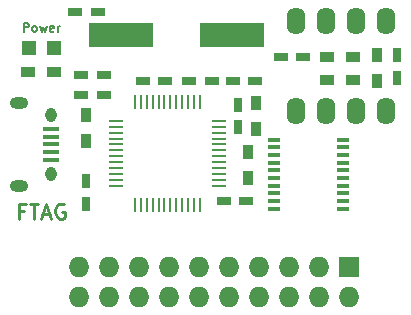
<source format=gbr>
G04 #@! TF.FileFunction,Soldermask,Top*
%FSLAX46Y46*%
G04 Gerber Fmt 4.6, Leading zero omitted, Abs format (unit mm)*
G04 Created by KiCad (PCBNEW 4.0.2+dfsg1-stable) date Thu 21 Jul 2016 12:34:14 PM COT*
%MOMM*%
G01*
G04 APERTURE LIST*
%ADD10C,0.100000*%
%ADD11C,0.127000*%
%ADD12C,0.254000*%
%ADD13R,0.750000X1.200000*%
%ADD14R,1.727200X1.727200*%
%ADD15O,1.727200X1.727200*%
%ADD16R,1.000000X0.400000*%
%ADD17R,1.200000X0.750000*%
%ADD18R,1.350000X0.400000*%
%ADD19O,0.950000X1.250000*%
%ADD20O,1.550000X1.000000*%
%ADD21R,1.200000X0.900000*%
%ADD22R,0.900000X1.200000*%
%ADD23O,1.600000X2.300000*%
%ADD24R,1.300000X0.250000*%
%ADD25R,0.250000X1.300000*%
%ADD26R,5.499100X1.998980*%
%ADD27R,1.198880X1.198880*%
G04 APERTURE END LIST*
D10*
D11*
X144544143Y-71490114D02*
X144544143Y-70728114D01*
X144834428Y-70728114D01*
X144907000Y-70764400D01*
X144943285Y-70800686D01*
X144979571Y-70873257D01*
X144979571Y-70982114D01*
X144943285Y-71054686D01*
X144907000Y-71090971D01*
X144834428Y-71127257D01*
X144544143Y-71127257D01*
X145415000Y-71490114D02*
X145342428Y-71453829D01*
X145306143Y-71417543D01*
X145269857Y-71344971D01*
X145269857Y-71127257D01*
X145306143Y-71054686D01*
X145342428Y-71018400D01*
X145415000Y-70982114D01*
X145523857Y-70982114D01*
X145596428Y-71018400D01*
X145632714Y-71054686D01*
X145669000Y-71127257D01*
X145669000Y-71344971D01*
X145632714Y-71417543D01*
X145596428Y-71453829D01*
X145523857Y-71490114D01*
X145415000Y-71490114D01*
X145923000Y-70982114D02*
X146068143Y-71490114D01*
X146213286Y-71127257D01*
X146358429Y-71490114D01*
X146503572Y-70982114D01*
X147084143Y-71453829D02*
X147011572Y-71490114D01*
X146866429Y-71490114D01*
X146793858Y-71453829D01*
X146757572Y-71381257D01*
X146757572Y-71090971D01*
X146793858Y-71018400D01*
X146866429Y-70982114D01*
X147011572Y-70982114D01*
X147084143Y-71018400D01*
X147120429Y-71090971D01*
X147120429Y-71163543D01*
X146757572Y-71236114D01*
X147447001Y-71490114D02*
X147447001Y-70982114D01*
X147447001Y-71127257D02*
X147483286Y-71054686D01*
X147519572Y-71018400D01*
X147592143Y-70982114D01*
X147664715Y-70982114D01*
D12*
X144568334Y-86650286D02*
X144145001Y-86650286D01*
X144145001Y-87315524D02*
X144145001Y-86045524D01*
X144749763Y-86045524D01*
X145052143Y-86045524D02*
X145777858Y-86045524D01*
X145415001Y-87315524D02*
X145415001Y-86045524D01*
X146140715Y-86952667D02*
X146745477Y-86952667D01*
X146019762Y-87315524D02*
X146443096Y-86045524D01*
X146866429Y-87315524D01*
X147955000Y-86106000D02*
X147834048Y-86045524D01*
X147652619Y-86045524D01*
X147471191Y-86106000D01*
X147350238Y-86226952D01*
X147289762Y-86347905D01*
X147229286Y-86589810D01*
X147229286Y-86771238D01*
X147289762Y-87013143D01*
X147350238Y-87134095D01*
X147471191Y-87255048D01*
X147652619Y-87315524D01*
X147773571Y-87315524D01*
X147955000Y-87255048D01*
X148015476Y-87194571D01*
X148015476Y-86771238D01*
X147773571Y-86771238D01*
D13*
X162687000Y-79563000D03*
X162687000Y-77663000D03*
D14*
X172085000Y-91440000D03*
D15*
X172085000Y-93980000D03*
X169545000Y-91440000D03*
X169545000Y-93980000D03*
X167005000Y-91440000D03*
X167005000Y-93980000D03*
X164465000Y-91440000D03*
X164465000Y-93980000D03*
X161925000Y-91440000D03*
X161925000Y-93980000D03*
X159385000Y-91440000D03*
X159385000Y-93980000D03*
X156845000Y-91440000D03*
X156845000Y-93980000D03*
X154305000Y-91440000D03*
X154305000Y-93980000D03*
X151765000Y-91440000D03*
X151765000Y-93980000D03*
X149225000Y-91440000D03*
X149225000Y-93980000D03*
D16*
X165756000Y-80641000D03*
X165756000Y-81291000D03*
X165756000Y-81941000D03*
X165756000Y-82591000D03*
X165756000Y-83241000D03*
X165756000Y-83891000D03*
X165756000Y-84541000D03*
X165756000Y-85191000D03*
X165756000Y-85841000D03*
X165756000Y-86491000D03*
X171556000Y-86491000D03*
X171556000Y-85841000D03*
X171556000Y-85191000D03*
X171556000Y-84541000D03*
X171556000Y-83891000D03*
X171556000Y-83241000D03*
X171556000Y-82591000D03*
X171556000Y-81941000D03*
X171556000Y-81291000D03*
X171556000Y-80641000D03*
D17*
X149418000Y-76835000D03*
X151318000Y-76835000D03*
D13*
X149860000Y-86040000D03*
X149860000Y-84140000D03*
D17*
X161483000Y-85852000D03*
X163383000Y-85852000D03*
X156525000Y-75692000D03*
X154625000Y-75692000D03*
D13*
X176149000Y-73472000D03*
X176149000Y-75372000D03*
D17*
X160462000Y-75692000D03*
X158562000Y-75692000D03*
X162245000Y-75692000D03*
X164145000Y-75692000D03*
X150810000Y-69850000D03*
X148910000Y-69850000D03*
X166309000Y-73660000D03*
X168209000Y-73660000D03*
D18*
X146850540Y-79725100D03*
X146850540Y-80375100D03*
X146850540Y-81025100D03*
X146850540Y-81675100D03*
X146850540Y-82325100D03*
D19*
X146850540Y-78525100D03*
X146850540Y-83525100D03*
D20*
X144150540Y-77525100D03*
X144150540Y-84525100D03*
D21*
X147150000Y-74930000D03*
X144950000Y-74930000D03*
X170223000Y-73660000D03*
X172423000Y-73660000D03*
X170223000Y-75565000D03*
X172423000Y-75565000D03*
D22*
X174447200Y-73474400D03*
X174447200Y-75674400D03*
X164211000Y-77513000D03*
X164211000Y-79713000D03*
X149860000Y-78529000D03*
X149860000Y-80729000D03*
X163576000Y-83904000D03*
X163576000Y-81704000D03*
D23*
X175260000Y-70612000D03*
X172720000Y-70612000D03*
X170180000Y-70612000D03*
X167640000Y-70612000D03*
X167640000Y-78232000D03*
X170180000Y-78232000D03*
X172720000Y-78232000D03*
X175260000Y-78232000D03*
D24*
X152368000Y-79038000D03*
X152368000Y-79538000D03*
X152368000Y-80038000D03*
X152368000Y-80538000D03*
X152368000Y-81038000D03*
X152368000Y-81538000D03*
X152368000Y-82038000D03*
X152368000Y-82538000D03*
X152368000Y-83038000D03*
X152368000Y-83538000D03*
X152368000Y-84038000D03*
X152368000Y-84538000D03*
D25*
X153968000Y-86138000D03*
X154468000Y-86138000D03*
X154968000Y-86138000D03*
X155468000Y-86138000D03*
X155968000Y-86138000D03*
X156468000Y-86138000D03*
X156968000Y-86138000D03*
X157468000Y-86138000D03*
X157968000Y-86138000D03*
X158468000Y-86138000D03*
X158968000Y-86138000D03*
X159468000Y-86138000D03*
D24*
X161068000Y-84538000D03*
X161068000Y-84038000D03*
X161068000Y-83538000D03*
X161068000Y-83038000D03*
X161068000Y-82538000D03*
X161068000Y-82038000D03*
X161068000Y-81538000D03*
X161068000Y-81038000D03*
X161068000Y-80538000D03*
X161068000Y-80038000D03*
X161068000Y-79538000D03*
X161068000Y-79038000D03*
D25*
X159468000Y-77438000D03*
X158968000Y-77438000D03*
X158468000Y-77438000D03*
X157968000Y-77438000D03*
X157468000Y-77438000D03*
X156968000Y-77438000D03*
X156468000Y-77438000D03*
X155968000Y-77438000D03*
X155468000Y-77438000D03*
X154968000Y-77438000D03*
X154468000Y-77438000D03*
X153968000Y-77438000D03*
D26*
X152781000Y-71755000D03*
X162179000Y-71755000D03*
D17*
X149418000Y-75184000D03*
X151318000Y-75184000D03*
D27*
X145000980Y-72898000D03*
X147099020Y-72898000D03*
M02*

</source>
